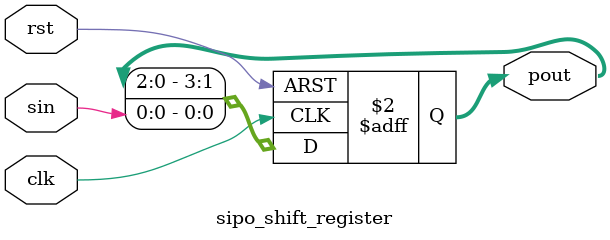
<source format=v>
`timescale 1ns / 1ps
module sipo_shift_register (
    input clk,
    input rst,
    input sin,
    output reg [3:0] pout
);

always @(posedge clk or posedge rst) begin
    if (rst)
        pout <= 4'b0000;
    else
        pout <= {pout[2:0], sin};
end

endmodule

</source>
